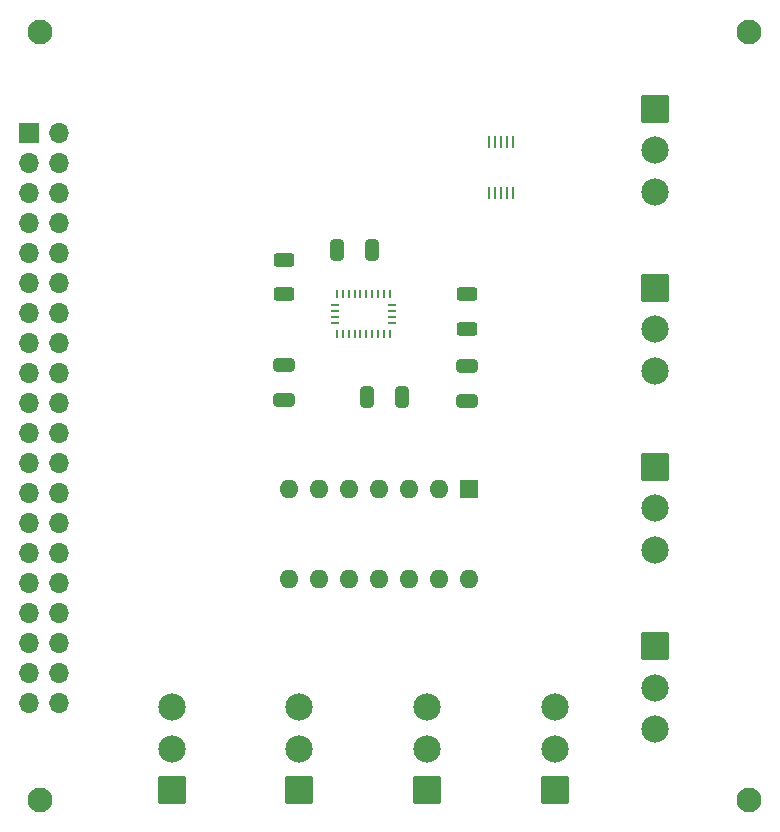
<source format=gts>
%TF.GenerationSoftware,KiCad,Pcbnew,8.0.5*%
%TF.CreationDate,2024-10-20T15:20:27-04:00*%
%TF.ProjectId,Jetson_Extension_Board,4a657473-6f6e-45f4-9578-74656e73696f,rev?*%
%TF.SameCoordinates,Original*%
%TF.FileFunction,Soldermask,Top*%
%TF.FilePolarity,Negative*%
%FSLAX46Y46*%
G04 Gerber Fmt 4.6, Leading zero omitted, Abs format (unit mm)*
G04 Created by KiCad (PCBNEW 8.0.5) date 2024-10-20 15:20:27*
%MOMM*%
%LPD*%
G01*
G04 APERTURE LIST*
G04 Aperture macros list*
%AMRoundRect*
0 Rectangle with rounded corners*
0 $1 Rounding radius*
0 $2 $3 $4 $5 $6 $7 $8 $9 X,Y pos of 4 corners*
0 Add a 4 corners polygon primitive as box body*
4,1,4,$2,$3,$4,$5,$6,$7,$8,$9,$2,$3,0*
0 Add four circle primitives for the rounded corners*
1,1,$1+$1,$2,$3*
1,1,$1+$1,$4,$5*
1,1,$1+$1,$6,$7*
1,1,$1+$1,$8,$9*
0 Add four rect primitives between the rounded corners*
20,1,$1+$1,$2,$3,$4,$5,0*
20,1,$1+$1,$4,$5,$6,$7,0*
20,1,$1+$1,$6,$7,$8,$9,0*
20,1,$1+$1,$8,$9,$2,$3,0*%
G04 Aperture macros list end*
%ADD10RoundRect,0.102000X1.050000X-1.050000X1.050000X1.050000X-1.050000X1.050000X-1.050000X-1.050000X0*%
%ADD11C,2.304000*%
%ADD12RoundRect,0.250000X0.625000X-0.312500X0.625000X0.312500X-0.625000X0.312500X-0.625000X-0.312500X0*%
%ADD13RoundRect,0.102000X-1.050000X1.050000X-1.050000X-1.050000X1.050000X-1.050000X1.050000X1.050000X0*%
%ADD14R,0.250000X1.100000*%
%ADD15R,1.700000X1.700000*%
%ADD16O,1.700000X1.700000*%
%ADD17RoundRect,0.250000X-0.325000X-0.650000X0.325000X-0.650000X0.325000X0.650000X-0.325000X0.650000X0*%
%ADD18C,2.100000*%
%ADD19RoundRect,0.250000X0.325000X0.650000X-0.325000X0.650000X-0.325000X-0.650000X0.325000X-0.650000X0*%
%ADD20RoundRect,0.250000X-0.650000X0.325000X-0.650000X-0.325000X0.650000X-0.325000X0.650000X0.325000X0*%
%ADD21R,1.600000X1.600000*%
%ADD22O,1.600000X1.600000*%
%ADD23R,0.254000X0.675000*%
%ADD24R,0.675000X0.254000*%
G04 APERTURE END LIST*
D10*
%TO.C,J3*%
X147766667Y-154162500D03*
D11*
X147766667Y-150662500D03*
X147766667Y-147162500D03*
%TD*%
D12*
%TO.C,R2*%
X151097500Y-115132500D03*
X151097500Y-112207500D03*
%TD*%
D13*
%TO.C,J7*%
X167000000Y-142000000D03*
D11*
X167000000Y-145500000D03*
X167000000Y-149000000D03*
%TD*%
D10*
%TO.C,J4*%
X136933334Y-154162500D03*
D11*
X136933334Y-150662500D03*
X136933334Y-147162500D03*
%TD*%
D14*
%TO.C,U4*%
X153000000Y-103650000D03*
X153500000Y-103650000D03*
X154000000Y-103650000D03*
X154500000Y-103650000D03*
X155000000Y-103650000D03*
X155000000Y-99350000D03*
X154500000Y-99350000D03*
X154000000Y-99350000D03*
X153500000Y-99350000D03*
X153000000Y-99350000D03*
%TD*%
D15*
%TO.C,J6*%
X114000000Y-98560000D03*
D16*
X116540000Y-98560000D03*
X114000000Y-101100000D03*
X116540000Y-101100000D03*
X114000000Y-103640000D03*
X116540000Y-103640000D03*
X114000000Y-106180000D03*
X116540000Y-106180000D03*
X114000000Y-108720000D03*
X116540000Y-108720000D03*
X114000000Y-111260000D03*
X116540000Y-111260000D03*
X114000000Y-113800000D03*
X116540000Y-113800000D03*
X114000000Y-116340000D03*
X116540000Y-116340000D03*
X114000000Y-118880000D03*
X116540000Y-118880000D03*
X114000000Y-121420000D03*
X116540000Y-121420000D03*
X114000000Y-123960000D03*
X116540000Y-123960000D03*
X114000000Y-126500000D03*
X116540000Y-126500000D03*
X114000000Y-129040000D03*
X116540000Y-129040000D03*
X114000000Y-131580000D03*
X116540000Y-131580000D03*
X114000000Y-134120000D03*
X116540000Y-134120000D03*
X114000000Y-136660000D03*
X116540000Y-136660000D03*
X114000000Y-139200000D03*
X116540000Y-139200000D03*
X114000000Y-141740000D03*
X116540000Y-141740000D03*
X114000000Y-144280000D03*
X116540000Y-144280000D03*
X114000000Y-146820000D03*
X116540000Y-146820000D03*
%TD*%
D13*
%TO.C,J10*%
X167000000Y-96500000D03*
D11*
X167000000Y-100000000D03*
X167000000Y-103500000D03*
%TD*%
D17*
%TO.C,C7*%
X142647500Y-120882500D03*
X145597500Y-120882500D03*
%TD*%
D18*
%TO.C,H1*%
X115000000Y-90000000D03*
%TD*%
%TO.C,H2*%
X115000000Y-155000000D03*
%TD*%
D13*
%TO.C,J8*%
X167000000Y-126833332D03*
D11*
X167000000Y-130333332D03*
X167000000Y-133833332D03*
%TD*%
D13*
%TO.C,J9*%
X167000000Y-111666666D03*
D11*
X167000000Y-115166666D03*
X167000000Y-118666666D03*
%TD*%
D19*
%TO.C,C8*%
X143097500Y-108458000D03*
X140147500Y-108458000D03*
%TD*%
D20*
%TO.C,C6*%
X151097500Y-118257500D03*
X151097500Y-121207500D03*
%TD*%
%TO.C,C1*%
X135597500Y-118207500D03*
X135597500Y-121157500D03*
%TD*%
D21*
%TO.C,U2*%
X151260000Y-128662500D03*
D22*
X148720000Y-128662500D03*
X146180000Y-128662500D03*
X143640000Y-128662500D03*
X141100000Y-128662500D03*
X138560000Y-128662500D03*
X136020000Y-128662500D03*
X136020000Y-136282500D03*
X138560000Y-136282500D03*
X141100000Y-136282500D03*
X143640000Y-136282500D03*
X146180000Y-136282500D03*
X148720000Y-136282500D03*
X151260000Y-136282500D03*
%TD*%
D10*
%TO.C,J2*%
X158600000Y-154162500D03*
D11*
X158600000Y-150662500D03*
X158600000Y-147162500D03*
%TD*%
D18*
%TO.C,H4*%
X175000000Y-155000000D03*
%TD*%
D12*
%TO.C,R1*%
X135597500Y-112207500D03*
X135597500Y-109282500D03*
%TD*%
D18*
%TO.C,H3*%
X175000000Y-90000000D03*
%TD*%
D10*
%TO.C,J5*%
X126100000Y-154162500D03*
D11*
X126100000Y-150662500D03*
X126100000Y-147162500D03*
%TD*%
D23*
%TO.C,U1*%
X144597500Y-115532500D03*
D24*
X144735000Y-114620000D03*
X144735000Y-114120000D03*
X144735000Y-113620000D03*
X144735000Y-113120000D03*
D23*
X144597500Y-112207500D03*
X144097500Y-112207500D03*
X143597500Y-112207500D03*
X143097500Y-112207500D03*
X142597500Y-112207500D03*
X142097500Y-112207500D03*
X141597500Y-112207500D03*
X141097500Y-112207500D03*
X140597500Y-112207500D03*
X140097500Y-112207500D03*
D24*
X139960000Y-113120000D03*
X139960000Y-113620000D03*
X139960000Y-114120000D03*
X139960000Y-114620000D03*
D23*
X140097500Y-115532500D03*
X140597500Y-115532500D03*
X141097500Y-115532500D03*
X141597500Y-115532500D03*
X142097500Y-115532500D03*
X142597500Y-115532500D03*
X143097500Y-115532500D03*
X143597500Y-115532500D03*
X144097500Y-115532500D03*
%TD*%
M02*

</source>
